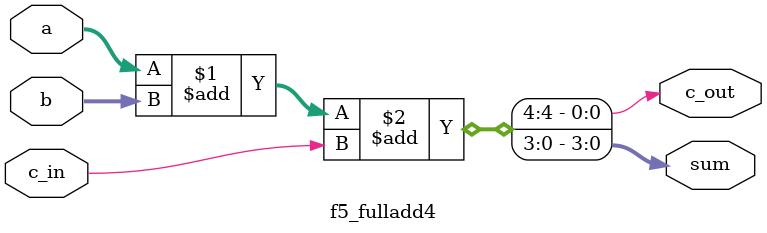
<source format=v>
module f5_fulladd4(sum, c_out, a, b, c_in);
output [3:0] sum;
output c_out;
input [3:0] a, b;
input c_in;
assign {c_out, sum} = a + b + c_in;
endmodule
</source>
